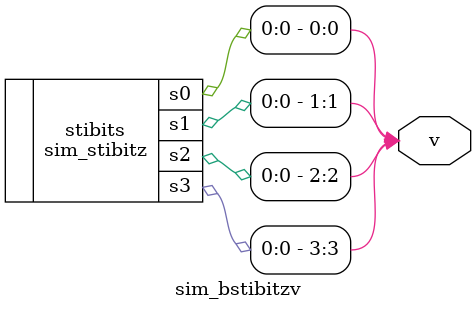
<source format=v>
module test_mod();

   wire clk;
   sim_clock gen_clk(.clk(clk));

   // Variables
   wire v3, v2, v1, v0;
   wire [3:0] vb;
   
   // Generate all combinations of input variables
   sim_bin   gen_bin (.b3(v3), .b2(v2), .b1(v1), .b0(v0));
   sim_bbin  geb_bbin(.b(vb));

   // Other input generators:
   //////////////////////////
   //sim_binv      gen_binv     (.v3(v3), .v2(v2), .v1(v1), .v0(v0));
   //sim_bbinv     geb_bbin     (.v(vb));
   //sim_bcd       gen_bcd      (.b3(v3), .b2(v2), .b1(v1), .b0(v0));
   //sim_bcdv      gen_bcdv     (.v3(v3), .v2(v2), .v1(v1), .v0(v0));
   //sim_bbcd      gen_bcdb     (.b(vb));
   //sim_bbcdv     gen_bbcdv    (.v(vb));
   //sim_gray      gen_gray     (.g3(v3), .g2(v2), .g1(v1), .g0(v0));
   //sim_grayv     gen_grayv    (.v3(v3), .v2(v2), .v1(v1), .v0(v0));
   //sim_bgray     gen_bgray    (.g(vb));
   //sim_bgrayv    gen_bgrayv   (.v(vb));
   //sim_aiken     gen_aiken    (.a3(v3), .a2(v2), .a1(v1), .a0(v0));
   //sim_aikenv    gen_aikenv   (.v3(v3), .v2(v2), .v1(v1), .v0(v0));
   //sim_baiken    gen_baiken   (.a(vb));
   //sim_baikenv   gen_baikenv  (.v(vb));
   //sim_baikenv   gen_baikenv  (.v(vb));
   //sim_stibitz   gen_stibitz  (.s3(v3), .s2(v2), .s1(v1), .s0(v0));
   //sim_stibitzv  gen_stibitzv (.v3(v3), .v2(v2), .v1(v1), .v0(v0));
   //sim_bstibitz  gen_bstibitz (.s(vb));
   //sim_bstibitzv gen_bstibitzv(.v(vb));
   
   /******************************************************/
   // You can use a display unit to draw your output functions:
   // sim_7seg(a,b,c,d,e,f,g,dp)       -- draws one digit 7seg display
   // sim_b7seg(d)                     -- draws one digit 7seg display (bus input)
   // sim_display(d0,d1,d2,d3)         -- draws 4 digits of 7seg displays
   // sim_printd(b)                    -- draws 4 bit binary code
   //                                     in decimal on 2 digits 7seg display
   // sim_led(l0,l1,l2,l3,l4,l5,l6,l7) -- draws 8 LEDS
   // sim_bled(l)                      -- draws 8 LEDS (bus input)
   // sim_print_state(clk,q)           -- prints sequntial state values
   // Output drawings can be found in Tcl Console window

   // Place your tested system here

   wire [7:0] d;
   sevenseg_decoder m(.A(v3),.B(v2),.C(v1),.D(v0),
		       .a(d[0]),.b(d[1]),.c(d[2]),.d(d[3]),.e(d[4]),.f(d[5]),.g(d[6]));
   sim_b7seg dd(.d(d));
   
   /******************************************************/
   // Save simulation result to a file for examine it later
   // Stop simulation after some steps
   initial
     begin
	$dumpfile("test_mod.vcd");
	$dumpvars();

	#35 // adjust simulation steps for your needs
	  $finish(); 
     end
   
endmodule // test_mod


/*******************************************************************************/

// Clock generator for simulation
// Generates 16 clock pulses after Xilinx global reset

module sim_clock
  (
   output wire clk
   );

   parameter STEPS= 16;

   reg 	       c= 0;

   always #1 c<=!c;

   assign clk= c;

   //initial #(100+2*STEPS) $finish();
   
endmodule // sim_clock


/*******************************************************************************/

// Print sequential circuit state

module sim_print_state
  (
   input wire clk,
   input wire [3:0] q
   );

   always @(posedge clk)
     begin
	if (q==0)
	  $write("\n0");
	else
	  $write(" %d", q);
     end
   
endmodule // sim_prints


/*******************************************************************************/

// 7seg displayer for simulation

module sim_b7seg
  (
   input wire [7:0] d
 );
 
 sim_7seg dsp(.a(d[0]),
	      .b(d[1]),
	      .c(d[2]),
	      .d(d[3]),
	      .e(d[4]),
	      .f(d[5]),
	      .g(d[6]),
	      .dp(d[7]));
 
endmodule // sim_b7seg

module sim_7seg
  (
   input wire a,
   input wire b,
   input wire c,
   input wire d,
   input wire e,
   input wire f,
   input wire g,
   input wire dp
 );
   
   always @(a,b,c,d,e,f,g,dp)
     begin
	//$write("\033[2;1H");
	$display("Step %0d. 7seg display:",$stime/2);
	$display("%c[91m",27);
	$display("%s", a?" @@@@ ":"     ");
	$display("%s    %s", f?"@":" ", b?"@":" ");
	$display("%s    %s", f?"@":" ", b?"@":" ");
	$display("%s    %s", f?"@":" ", b?"@":" ");
	$display("%s", g?" @@@@ ":"     ");
	$display("%s    %s", e?"@":" ", c?"@":" ");
	$display("%s    %s", e?"@":" ", c?"@":" ");
	$display("%s    %s", e?"@":" ", c?"@":" ");
	$display("%s %s", d?" @@@@ ":"     ", dp?"@":" ");	
	$display("%c[0m",27);
     end
   
endmodule // sim_7seg


/*******************************************************************************/

// 4 digit 7seg display for simulation

module sim_display
  (
   input wire [7:0] d0,
   input wire [7:0] d1,
   input wire [7:0] d2,
   input wire [7:0] d3
   );

   always @(d0,d1,d2,d3)
     begin
	//$write("\033[2;1H");
	$display("Step %0d. 4x7seg display:",$stime/2);
	$display("%c[91m",27);
	$display("%s    %s    %s    %s", d3[0]?" @@@@ ":"     ", d2[0]?" @@@@ ":"     ", d1[0]?" @@@@ ":"     ", d0[0]?" @@@@ ":"     ");
	$display("%s    %s    %s    %s    %s    %s    %s    %s", d3[5]?"@":" ", d3[1]?"@":" ", d2[5]?"@":" ", d2[1]?"@":" ", d1[5]?"@":" ", d1[1]?"@":" ", d0[5]?"@":" ", d0[1]?"@":" ");
	$display("%s    %s    %s    %s    %s    %s    %s    %s", d3[5]?"@":" ", d3[1]?"@":" ", d2[5]?"@":" ", d2[1]?"@":" ", d1[5]?"@":" ", d1[1]?"@":" ", d0[5]?"@":" ", d0[1]?"@":" ");
	$display("%s    %s    %s    %s    %s    %s    %s    %s", d3[5]?"@":" ", d3[1]?"@":" ", d2[5]?"@":" ", d2[1]?"@":" ", d1[5]?"@":" ", d1[1]?"@":" ", d0[5]?"@":" ", d0[1]?"@":" ");
	$display("%s    %s    %s    %s", d3[6]?" @@@@ ":"     ", d2[6]?" @@@@ ":"     ", d1[6]?" @@@@ ":"     ", d0[6]?" @@@@ ":"     ");
	$display("%s    %s    %s    %s    %s    %s    %s    %s", d3[4]?"@":" ", d3[2]?"@":" ", d2[4]?"@":" ", d2[2]?"@":" ", d1[4]?"@":" ", d1[2]?"@":" ", d0[4]?"@":" ", d0[2]?"@":" ");
	$display("%s    %s    %s    %s    %s    %s    %s    %s", d3[4]?"@":" ", d3[2]?"@":" ", d2[4]?"@":" ", d2[2]?"@":" ", d1[4]?"@":" ", d1[2]?"@":" ", d0[4]?"@":" ", d0[2]?"@":" ");
	$display("%s    %s    %s    %s    %s    %s    %s    %s", d3[4]?"@":" ", d3[2]?"@":" ", d2[4]?"@":" ", d2[2]?"@":" ", d1[4]?"@":" ", d1[2]?"@":" ", d0[4]?"@":" ", d0[2]?"@":" ");
	//$display("%s    %s", d3[4]?"@":" ", d3[2]?"@":" ");
	//$display("%s    %s", d3[4]?"@":" ", d3[2]?"@":" ");
	//$display("%s    %s", d3[4]?"@":" ", d3[2]?"@":" ");
	$display("%s %s  %s %s  %s %s  %s %s", d3[3]?" @@@@ ":"     ", d3[7]?"@":" ", d2[3]?" @@@@ ":"     ", d2[7]?"@":" ", d1[3]?" @@@@ ":"     ", d1[7]?"@":" ", d0[3]?" @@@@ ":"     ", d0[7]?"@":" ");	
	$display("%c[0m",27);
     end
   
endmodule // sim_display


module sim_printd
  (
   input wire [3:0] b
   );

   wire [7:0]	    digh;
   wire [7:0]	    digl;

   bindseg decoder( .di(b), .segh(digh), .segl(digl) );
   sim_display display( .d3(8'b0), .d2(8'b0), .d1(digh), .d0(digl) );
   
endmodule // sim_print_decimal


/*******************************************************************************/

// Displays 8 LEDS

module sim_bled
  (
   input wire [7:0] l
   );

   sim_led leds(.l0(l[0]),
		.l1(l[1]),
		.l2(l[2]),
		.l3(l[3]),
		.l4(l[4]),
		.l5(l[5]),
		.l6(l[6]),
		.l7(l[7]));
	     
endmodule // sim_bled

module sim_led
  (
   input wire l0,
   input wire l1,
   input wire l2,
   input wire l3,
   input wire l4,
   input wire l5,
   input wire l6,
   input wire l7
   );

   always @(l0,l1,l2,l3,l4,l5,l6,l7)
     begin
	$write("Step %0d. ", $stime/2);
	$display("LED:%c[92m %c %c %c %c %c %c %c %c %c[0m",27,
		 l7?"@":".",
		 l6?"@":".",
		 l5?"@":".",
		 l4?"@":".",
		 l3?"@":".",
		 l2?"@":".",
		 l1?"@":".",
		 l0?"@":".",
		 27);
     end
   
endmodule // sim_led


/*******************************************************************************/

// Signal generator for 4 bit binary code

module sim_bbin
  (
   output wire [3:0] b
   );

   sim_bin bins(.b0(b[0]),
		.b1(b[1]),
		.b2(b[2]),
		.b3(b[3]));
		
endmodule // sim_bbin

module sim_bbinv(output wire [3:0] v);
   sim_bbin binv(.b(v));
endmodule // sim_bbinv
  
module sim_bin
  (
   output reg b0,
   output reg b1,
   output reg b2,
   output reg b3
   );
   
   always #2
     if ({b3,b2,b1,b0}!=4'b1111)
       {b3,b2,b1,b0}={b3,b2,b1,b0}+1;
     else
       {b3,b2,b1,b0}={4'b1111};
   
   initial
     {b3,b2,b1,b0}=0;
   
endmodule // sim_bin

module sim_binv
  (
   output wire v0,
   output wire v1,
   output wire v2,
   output wire v3
   );
   sim_bin binv(.b0(v0),.b1(v1),.b2(v2),.b3(v3));
endmodule // sim_binv

   
/*******************************************************************************/

// Signal generator for 4 bit bcd code

module sim_bbcd
  (
   output wire [3:0] b
   );

   sim_bcd bcds(.b0(b[0]),
		.b1(b[1]),
		.b2(b[2]),
		.b3(b[3]));
		
endmodule // sim_bbcd

module sim_bbcdv(output wire [3:0] v);
   sim_bbcd bcdv(.b(v));
endmodule // sim_bbcdv

module sim_bcd
  (
   output reg b0,
   output reg b1,
   output reg b2,
   output reg b3
   );

   always #2
     if ({b3,b2,b1,b0}!=4'b1001)
       {b3,b2,b1,b0}={b3,b2,b1,b0}+1;
     else
       {b3,b2,b1,b0}={4'b1001};
   
   initial
     {b3,b2,b1,b0}=0;

endmodule // sim_bcd

module sim_bcdv
  (
   output wire v0,
   output wire v1,
   output wire v2,
   output wire v3
   );
   sim_bcd bcdv(.b0(v0),.b1(v1),.b2(v2),.b3(v3));
endmodule // sim_binv

/*******************************************************************************/

// Signal generator for 4 bit gray code

module sim_bgray
  (
   output wire [3:0] g
   );

   sim_gray grays(.g0(g[0]),
		  .g1(g[1]),
		  .g2(g[2]),
		  .g3(g[3]));
		  
endmodule // sim_bgray

module sim_bgrayv(output wire [3:0] v);
   sim_bgray bcdv(.g(v));
endmodule // sim_bgrayv

module sim_gray
  (
   output reg g0,
   output reg g1,
   output reg g2,
   output reg g3
   );
   
   always #2
     case ({g3,g2,g1,g0})
       4'b0000: {g3,g2,g1,g0}=4'b0001;
       4'b0001: {g3,g2,g1,g0}=4'b0011;
       4'b0011: {g3,g2,g1,g0}=4'b0010;
       4'b0010: {g3,g2,g1,g0}=4'b0110;
       4'b0110: {g3,g2,g1,g0}=4'b0111;
       4'b0111: {g3,g2,g1,g0}=4'b0101;
       4'b0101: {g3,g2,g1,g0}=4'b0100;
       4'b0100: {g3,g2,g1,g0}=4'b1100;
       4'b1100: {g3,g2,g1,g0}=4'b1101;
       4'b1101: {g3,g2,g1,g0}=4'b1111;
       4'b1111: {g3,g2,g1,g0}=4'b1110;
       4'b1110: {g3,g2,g1,g0}=4'b1010;
       4'b1010: {g3,g2,g1,g0}=4'b1011;
       4'b1011: {g3,g2,g1,g0}=4'b1001;
       4'b1001: {g3,g2,g1,g0}=4'b1000;
       4'b1000: {g3,g2,g1,g0}=4'b1000;
     endcase
   
   initial
     {g3,g2,g1,g0}=0;
   
endmodule // sim_gray

module sim_grayv
  (
   output wire v0,
   output wire v1,
   output wire v2,
   output wire v3
   );
   sim_gray grayv(.g0(v0),.g1(v1),.g2(v2),.g3(v3));
endmodule // sim_grayv

/*******************************************************************************/

// Signal generator for 4 bit aiken code

module sim_baiken
  (
   output wire [3:0] a
   );

   sim_aiken aikens(.a0(a[0]),
		    .a1(a[1]),
		    .a2(a[2]),
		    .a3(a[3]));
		   
endmodule // sim_baiken

module sim_baikenv
  (
   output wire [3:0] v
   );

   sim_aiken aikens(.a0(v[0]),
		    .a1(v[1]),
		    .a2(v[2]),
		    .a3(v[3]));
		   
endmodule // sim_baikenv

module sim_aiken
  (
   output reg a0,
   output reg a1,
   output reg a2,
   output reg a3
   );
   
   always #2
     if ({a3,a2,a1,a0}<4'b0100)
       {a3,a2,a1,a0}={a3,a2,a1,a0}+1;
     else if ({a3,a2,a1,a0}==4'b0100)
       {a3,a2,a1,a0}=4'b1011;
     else if ({a3,a2,a1,a0}!=4'b1111)
       {a3,a2,a1,a0}={a3,a2,a1,a0}+1;
     else
       {a3,a2,a1,a0}=4'b1111;
   
   initial
     {a3,a2,a1,a0}=0;
   
endmodule // sim_aiken

module sim_aikenv
  (
   output wire v0,
   output wire v1,
   output wire v2,
   output wire v3
   );
   sim_aiken aikenv(.a0(v0),.a1(v1),.a2(v2),.a3(v3));
endmodule // sim_aikenv

/*******************************************************************************/

// Signal generator for 4 bit stibitz code

module sim_bstibitz
  (
   output wire [3:0] s
   );

   sim_stibitz stibits(.s0(s[0]),
		       .s1(s[1]),
		       .s2(s[2]),
		       .s3(s[3]));
		       
endmodule // sim_bstibitz

module sim_stibitz
  (
   output reg s0,
   output reg s1,
   output reg s2,
   output reg s3
   );
   
   always #2
     case ({s3,s2,s1,s0})
       4'b0011: {s3,s2,s1,s0}=4'b0100;
       4'b0100: {s3,s2,s1,s0}=4'b0101;
       4'b0101: {s3,s2,s1,s0}=4'b0110;
       4'b0110: {s3,s2,s1,s0}=4'b0111;
       4'b0111: {s3,s2,s1,s0}=4'b1000;
       4'b1000: {s3,s2,s1,s0}=4'b1001;
       4'b1001: {s3,s2,s1,s0}=4'b1010;
       4'b1010: {s3,s2,s1,s0}=4'b1011;
       4'b1011: {s3,s2,s1,s0}=4'b1100;
       4'b1100: {s3,s2,s1,s0}=4'b1100;
     endcase
   
   initial
     {s3,s2,s1,s0}=4'b0011;
   
endmodule // sim_stibitz


module sim_bstibitzv
  (
   output wire [3:0] v
   );

   sim_stibitz stibits(.s0(v[0]),
		       .s1(v[1]),
		       .s2(v[2]),
		       .s3(v[3]));
		       
endmodule // sim_bstibitzv

</source>
